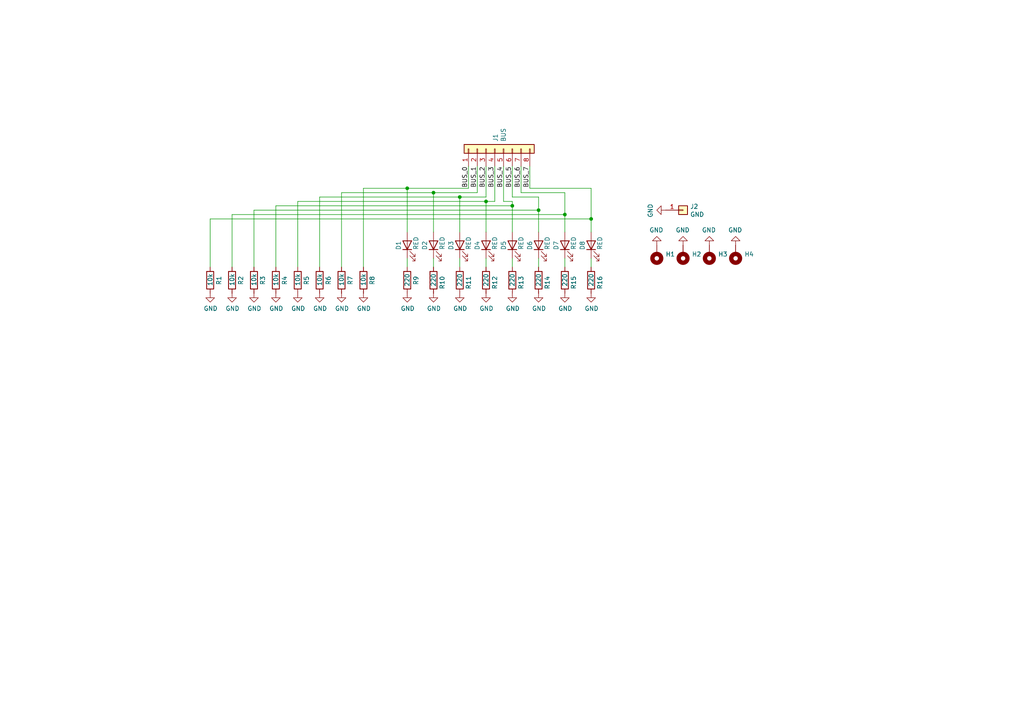
<source format=kicad_sch>
(kicad_sch (version 20211123) (generator eeschema)
  (paper "A4")
  (lib_symbols
    (symbol "Connector_Generic:Conn_01x01" (pin_names (offset 1.016) hide)
      (property "Reference" "J" (at 0 2.54 0))
      (property "Value" "Conn_01x01" (at 0 -2.54 0))
      (symbol "Conn_01x01_1_1"
        (rectangle (start -1.27 0.127) (end 0 -0.127) (stroke (width 0.1524)))
        (rectangle (start -1.27 1.27) (end 1.27 -1.27) (stroke (width 0.254)) (fill (type background)))
        (pin passive line (at -5.08 0 0) (length 3.81) (name "Pin_1") (number "1"))
      )
    )
    (symbol "Connector_Generic:Conn_01x08" (pin_names (offset 1.016) hide)
      (property "Reference" "J" (at 0 10.16 0))
      (property "Value" "Conn_01x08" (at 0 -12.7 0))
      (symbol "Conn_01x08_1_1"
        (rectangle (start -1.27 -10.033) (end 0 -10.287) (stroke (width 0.1524)))
        (rectangle (start -1.27 -7.493) (end 0 -7.747) (stroke (width 0.1524)))
        (rectangle (start -1.27 -4.953) (end 0 -5.207) (stroke (width 0.1524)))
        (rectangle (start -1.27 -2.413) (end 0 -2.667) (stroke (width 0.1524)))
        (rectangle (start -1.27 0.127) (end 0 -0.127) (stroke (width 0.1524)))
        (rectangle (start -1.27 2.667) (end 0 2.413) (stroke (width 0.1524)))
        (rectangle (start -1.27 5.207) (end 0 4.953) (stroke (width 0.1524)))
        (rectangle (start -1.27 7.747) (end 0 7.493) (stroke (width 0.1524)))
        (rectangle (start -1.27 8.89) (end 1.27 -11.43) (stroke (width 0.254)) (fill (type background)))
        (pin passive line (at -5.08 7.62 0) (length 3.81) (name "Pin_1") (number "1"))
        (pin passive line (at -5.08 5.08 0) (length 3.81) (name "Pin_2") (number "2"))
        (pin passive line (at -5.08 2.54 0) (length 3.81) (name "Pin_3") (number "3"))
        (pin passive line (at -5.08 0 0) (length 3.81) (name "Pin_4") (number "4"))
        (pin passive line (at -5.08 -2.54 0) (length 3.81) (name "Pin_5") (number "5"))
        (pin passive line (at -5.08 -5.08 0) (length 3.81) (name "Pin_6") (number "6"))
        (pin passive line (at -5.08 -7.62 0) (length 3.81) (name "Pin_7") (number "7"))
        (pin passive line (at -5.08 -10.16 0) (length 3.81) (name "Pin_8") (number "8"))
      )
    )
    (symbol "Device:LED" (pin_numbers hide) (pin_names (offset 1.016) hide)
      (property "Reference" "D" (at 0 2.54 0))
      (property "Value" "LED" (at 0 -2.54 0))
      (symbol "LED_0_1"
        (polyline (pts (xy -1.27 -1.27) (xy -1.27 1.27)) (stroke (width 0.254)))
        (polyline (pts (xy -1.27 0) (xy 1.27 0)))
        (polyline (pts (xy 1.27 -1.27) (xy 1.27 1.27) (xy -1.27 0) (xy 1.27 -1.27)) (stroke (width 0.254)))
        (polyline (pts (xy -3.048 -0.762) (xy -4.572 -2.286) (xy -3.81 -2.286) (xy -4.572 -2.286) (xy -4.572 -1.524)))
        (polyline (pts (xy -1.778 -0.762) (xy -3.302 -2.286) (xy -2.54 -2.286) (xy -3.302 -2.286) (xy -3.302 -1.524)))
      )
      (symbol "LED_1_1"
        (pin passive line (at -3.81 0 0) (length 2.54) (name "K") (number "1"))
        (pin passive line (at 3.81 0 180) (length 2.54) (name "A") (number "2"))
      )
    )
    (symbol "Device:R" (pin_numbers hide) (pin_names (offset 0))
      (property "Reference" "R" (at 2.032 0 90))
      (property "Value" "R" (at 0 0 90))
      (symbol "R_0_1"
        (rectangle (start -1.016 -2.54) (end 1.016 2.54) (stroke (width 0.254)))
      )
      (symbol "R_1_1"
        (pin passive line (at 0 3.81 270) (length 1.27) (name "~") (number "1"))
        (pin passive line (at 0 -3.81 90) (length 1.27) (name "~") (number "2"))
      )
    )
    (symbol "Mechanical:MountingHole_Pad" (pin_numbers hide) (pin_names (offset 1.016) hide)
      (property "Reference" "H" (at 0 6.35 0))
      (property "Value" "MountingHole_Pad" (at 0 4.445 0))
      (symbol "MountingHole_Pad_0_1"
        (circle (center 0 1.27) (radius 1.27) (stroke (width 1.27)))
      )
      (symbol "MountingHole_Pad_1_1"
        (pin input line (at 0 -2.54 90) (length 2.54) (name "1") (number "1"))
      )
    )
    (symbol "power:GND" (power) (pin_names (offset 0))
      (property "Value" "GND" (at 0 -3.81 0))
      (symbol "GND_0_1"
        (polyline (pts (xy 0 0) (xy 0 -1.27) (xy 1.27 -1.27) (xy 0 -2.54) (xy -1.27 -1.27) (xy 0 -1.27)))
      )
      (symbol "GND_1_1"
        (pin power_in line (at 0 0 270) (length 0) hide (name "GND") (number "1"))
      )
    )
  )
  (junction (at 125.73 55.88))
  (junction (at 171.45 63.5))
  (junction (at 156.21 60.96))
  (junction (at 148.59 59.69))
  (junction (at 163.83 62.23))
  (junction (at 118.11 54.61))
  (junction (at 140.97 58.42))
  (junction (at 133.35 57.15))
  (wire (pts (xy 86.36 58.42) (xy 86.36 77.47)))
  (wire (pts (xy 67.31 62.23) (xy 67.31 77.47)))
  (wire (pts (xy 118.11 74.93) (xy 118.11 77.47)))
  (wire (pts (xy 156.21 74.93) (xy 156.21 77.47)))
  (wire (pts (xy 140.97 48.26) (xy 140.97 57.15)))
  (wire (pts (xy 148.59 58.42) (xy 148.59 59.69)))
  (wire (pts (xy 171.45 63.5) (xy 60.96 63.5)))
  (wire (pts (xy 140.97 58.42) (xy 86.36 58.42)))
  (wire (pts (xy 140.97 74.93) (xy 140.97 77.47)))
  (wire (pts (xy 163.83 55.88) (xy 151.13 55.88)))
  (wire (pts (xy 148.59 57.15) (xy 156.21 57.15)))
  (wire (pts (xy 60.96 63.5) (xy 60.96 77.47)))
  (wire (pts (xy 171.45 63.5) (xy 171.45 67.31)))
  (wire (pts (xy 125.73 74.93) (xy 125.73 77.47)))
  (wire (pts (xy 143.51 48.26) (xy 143.51 58.42)))
  (wire (pts (xy 151.13 48.26) (xy 151.13 55.88)))
  (wire (pts (xy 92.71 77.47) (xy 92.71 57.15)))
  (wire (pts (xy 171.45 54.61) (xy 171.45 63.5)))
  (wire (pts (xy 135.89 54.61) (xy 135.89 48.26)))
  (wire (pts (xy 148.59 74.93) (xy 148.59 77.47)))
  (wire (pts (xy 143.51 58.42) (xy 140.97 58.42)))
  (wire (pts (xy 146.05 48.26) (xy 146.05 58.42)))
  (wire (pts (xy 125.73 55.88) (xy 99.06 55.88)))
  (wire (pts (xy 118.11 54.61) (xy 118.11 67.31)))
  (wire (pts (xy 73.66 60.96) (xy 156.21 60.96)))
  (wire (pts (xy 148.59 59.69) (xy 148.59 67.31)))
  (wire (pts (xy 105.41 54.61) (xy 105.41 77.47)))
  (wire (pts (xy 118.11 54.61) (xy 105.41 54.61)))
  (wire (pts (xy 163.83 62.23) (xy 163.83 55.88)))
  (wire (pts (xy 140.97 58.42) (xy 140.97 67.31)))
  (wire (pts (xy 146.05 58.42) (xy 148.59 58.42)))
  (wire (pts (xy 133.35 57.15) (xy 133.35 67.31)))
  (wire (pts (xy 99.06 55.88) (xy 99.06 77.47)))
  (wire (pts (xy 156.21 60.96) (xy 156.21 67.31)))
  (wire (pts (xy 133.35 57.15) (xy 140.97 57.15)))
  (wire (pts (xy 133.35 74.93) (xy 133.35 77.47)))
  (wire (pts (xy 148.59 59.69) (xy 80.01 59.69)))
  (wire (pts (xy 125.73 55.88) (xy 138.43 55.88)))
  (wire (pts (xy 163.83 74.93) (xy 163.83 77.47)))
  (wire (pts (xy 148.59 48.26) (xy 148.59 57.15)))
  (wire (pts (xy 73.66 60.96) (xy 73.66 77.47)))
  (wire (pts (xy 163.83 62.23) (xy 67.31 62.23)))
  (wire (pts (xy 80.01 59.69) (xy 80.01 77.47)))
  (wire (pts (xy 163.83 67.31) (xy 163.83 62.23)))
  (wire (pts (xy 92.71 57.15) (xy 133.35 57.15)))
  (wire (pts (xy 153.67 54.61) (xy 153.67 48.26)))
  (wire (pts (xy 171.45 74.93) (xy 171.45 77.47)))
  (wire (pts (xy 125.73 55.88) (xy 125.73 67.31)))
  (wire (pts (xy 153.67 54.61) (xy 171.45 54.61)))
  (wire (pts (xy 138.43 48.26) (xy 138.43 55.88)))
  (wire (pts (xy 156.21 57.15) (xy 156.21 60.96)))
  (wire (pts (xy 135.89 54.61) (xy 118.11 54.61)))
  (label "BUS_6" (at 151.13 48.26 270))
  (label "BUS_2" (at 140.97 48.26 270))
  (label "BUS_7" (at 153.67 48.26 270))
  (label "BUS_3" (at 143.51 48.26 270))
  (label "BUS_1" (at 138.43 48.26 270))
  (label "BUS_0" (at 135.89 48.26 270))
  (label "BUS_4" (at 146.05 48.26 270))
  (label "BUS_5" (at 148.59 48.26 270))
  (symbol (lib_id "Device:LED") (at 133.35 71.12 90) (unit 1)
    (property "Reference" "D3" (at 130.81 69.85 0) (effects (justify right)))
    (property "Value" "RED" (at 135.89 68.58 0) (effects (justify right)))
    (property "Footprint" "LED_THT:LED_D5.0mm" (effects hide))
  )
  (symbol (lib_id "Device:LED") (at 140.97 71.12 90) (unit 1)
    (property "Reference" "D4" (at 138.43 69.85 0) (effects (justify right)))
    (property "Value" "RED" (at 143.51 68.58 0) (effects (justify right)))
    (property "Footprint" "LED_THT:LED_D5.0mm" (effects hide))
  )
  (symbol (lib_id "Device:LED") (at 118.11 71.12 90) (unit 1)
    (property "Reference" "D1" (at 115.57 69.85 0) (effects (justify right)))
    (property "Value" "RED" (at 120.65 68.58 0) (effects (justify right)))
    (property "Footprint" "LED_THT:LED_D5.0mm" (effects hide))
  )
  (symbol (lib_id "Device:LED") (at 125.73 71.12 90) (unit 1)
    (property "Reference" "D2" (at 123.19 69.85 0) (effects (justify right)))
    (property "Value" "RED" (at 128.27 68.58 0) (effects (justify right)))
    (property "Footprint" "LED_THT:LED_D5.0mm" (effects hide))
  )
  (symbol (lib_id "Device:LED") (at 163.83 71.12 90) (unit 1)
    (property "Reference" "D7" (at 161.29 69.85 0) (effects (justify right)))
    (property "Value" "RED" (at 166.37 68.58 0) (effects (justify right)))
    (property "Footprint" "LED_THT:LED_D5.0mm" (effects hide))
  )
  (symbol (lib_id "Device:LED") (at 171.45 71.12 90) (unit 1)
    (property "Reference" "D8" (at 168.91 69.85 0) (effects (justify right)))
    (property "Value" "RED" (at 173.99 68.58 0) (effects (justify right)))
    (property "Footprint" "LED_THT:LED_D5.0mm" (effects hide))
  )
  (symbol (lib_id "Device:LED") (at 148.59 71.12 90) (unit 1)
    (property "Reference" "D5" (at 146.05 69.85 0) (effects (justify right)))
    (property "Value" "RED" (at 151.13 68.58 0) (effects (justify right)))
    (property "Footprint" "LED_THT:LED_D5.0mm" (effects hide))
  )
  (symbol (lib_id "Device:LED") (at 156.21 71.12 90) (unit 1)
    (property "Reference" "D6" (at 153.67 69.85 0) (effects (justify right)))
    (property "Value" "RED" (at 158.75 68.58 0) (effects (justify right)))
    (property "Footprint" "LED_THT:LED_D5.0mm" (effects hide))
  )
  (symbol (lib_id "Device:R") (at 118.11 81.28 0) (unit 1)
    (property "Reference" "R9" (at 120.65 80.01 90) (effects (justify right)))
    (property "Value" "220" (at 118.11 79.2988 90) (effects (justify right)))
    (property "Footprint" "Resistor_SMD:R_0805_2012Metric" (effects hide))
  )
  (symbol (lib_id "Connector_Generic:Conn_01x08") (at 143.51 43.18 90) (unit 1)
    (property "Reference" "J1" (at 143.7132 41.148 0) (effects (justify left)))
    (property "Value" "BUS" (at 146.0246 41.148 0) (effects (justify left)))
    (property "Footprint" "Connector_PinHeader_2.54mm:PinHeader_1x08_P2.54mm_Vertical" (effects hide))
  )
  (symbol (lib_id "power:GND") (at 118.11 85.09 0) (unit 1)
    (property "Reference" "#PWR09" (effects hide))
    (property "Value" "GND" (at 118.237 89.4842 0))
  )
  (symbol (lib_id "Device:R") (at 125.73 81.28 0) (unit 1)
    (property "Reference" "R10" (at 128.27 80.01 90) (effects (justify right)))
    (property "Value" "220" (at 125.73 79.2988 90) (effects (justify right)))
    (property "Footprint" "Resistor_SMD:R_0805_2012Metric" (effects hide))
  )
  (symbol (lib_id "power:GND") (at 125.73 85.09 0) (unit 1)
    (property "Reference" "#PWR010" (effects hide))
    (property "Value" "GND" (at 125.857 89.4842 0))
  )
  (symbol (lib_id "Device:R") (at 133.35 81.28 0) (unit 1)
    (property "Reference" "R11" (at 135.89 80.01 90) (effects (justify right)))
    (property "Value" "220" (at 133.35 79.2988 90) (effects (justify right)))
    (property "Footprint" "Resistor_SMD:R_0805_2012Metric" (effects hide))
  )
  (symbol (lib_id "power:GND") (at 133.35 85.09 0) (unit 1)
    (property "Reference" "#PWR011" (effects hide))
    (property "Value" "GND" (at 133.477 89.4842 0))
  )
  (symbol (lib_id "Device:R") (at 140.97 81.28 0) (unit 1)
    (property "Reference" "R12" (at 143.51 80.01 90) (effects (justify right)))
    (property "Value" "220" (at 140.97 79.2988 90) (effects (justify right)))
    (property "Footprint" "Resistor_SMD:R_0805_2012Metric" (effects hide))
  )
  (symbol (lib_id "power:GND") (at 140.97 85.09 0) (unit 1)
    (property "Reference" "#PWR012" (effects hide))
    (property "Value" "GND" (at 141.097 89.4842 0))
  )
  (symbol (lib_id "Device:R") (at 148.59 81.28 0) (unit 1)
    (property "Reference" "R13" (at 151.13 80.01 90) (effects (justify right)))
    (property "Value" "220" (at 148.59 79.2988 90) (effects (justify right)))
    (property "Footprint" "Resistor_SMD:R_0805_2012Metric" (effects hide))
  )
  (symbol (lib_id "power:GND") (at 148.59 85.09 0) (unit 1)
    (property "Reference" "#PWR013" (effects hide))
    (property "Value" "GND" (at 148.717 89.4842 0))
  )
  (symbol (lib_id "Device:R") (at 156.21 81.28 0) (unit 1)
    (property "Reference" "R14" (at 158.75 80.01 90) (effects (justify right)))
    (property "Value" "220" (at 156.21 79.2988 90) (effects (justify right)))
    (property "Footprint" "Resistor_SMD:R_0805_2012Metric" (effects hide))
  )
  (symbol (lib_id "power:GND") (at 156.21 85.09 0) (unit 1)
    (property "Reference" "#PWR014" (effects hide))
    (property "Value" "GND" (at 156.337 89.4842 0))
  )
  (symbol (lib_id "Device:R") (at 163.83 81.28 0) (unit 1)
    (property "Reference" "R15" (at 166.37 80.01 90) (effects (justify right)))
    (property "Value" "220" (at 163.83 79.2988 90) (effects (justify right)))
    (property "Footprint" "Resistor_SMD:R_0805_2012Metric" (effects hide))
  )
  (symbol (lib_id "power:GND") (at 163.83 85.09 0) (unit 1)
    (property "Reference" "#PWR015" (effects hide))
    (property "Value" "GND" (at 163.957 89.4842 0))
  )
  (symbol (lib_id "Device:R") (at 171.45 81.28 0) (unit 1)
    (property "Reference" "R16" (at 173.99 80.01 90) (effects (justify right)))
    (property "Value" "220" (at 171.45 79.2988 90) (effects (justify right)))
    (property "Footprint" "Resistor_SMD:R_0805_2012Metric" (effects hide))
  )
  (symbol (lib_id "power:GND") (at 171.45 85.09 0) (unit 1)
    (property "Reference" "#PWR016" (effects hide))
    (property "Value" "GND" (at 171.577 89.4842 0))
  )
  (symbol (lib_id "Device:R") (at 105.41 81.28 0) (unit 1)
    (property "Reference" "R8" (at 107.95 80.01 90) (effects (justify right)))
    (property "Value" "10k" (at 105.41 79.2988 90) (effects (justify right)))
    (property "Footprint" "Resistor_SMD:R_0805_2012Metric" (effects hide))
  )
  (symbol (lib_id "power:GND") (at 105.41 85.09 0) (unit 1)
    (property "Reference" "#PWR08" (effects hide))
    (property "Value" "GND" (at 105.537 89.4842 0))
  )
  (symbol (lib_id "Device:R") (at 99.06 81.28 0) (unit 1)
    (property "Reference" "R7" (at 101.6 80.01 90) (effects (justify right)))
    (property "Value" "10k" (at 99.06 79.2988 90) (effects (justify right)))
    (property "Footprint" "Resistor_SMD:R_0805_2012Metric" (effects hide))
  )
  (symbol (lib_id "power:GND") (at 99.06 85.09 0) (unit 1)
    (property "Reference" "#PWR07" (effects hide))
    (property "Value" "GND" (at 99.187 89.4842 0))
  )
  (symbol (lib_id "Device:R") (at 92.71 81.28 0) (unit 1)
    (property "Reference" "R6" (at 95.25 80.01 90) (effects (justify right)))
    (property "Value" "10k" (at 92.71 79.2988 90) (effects (justify right)))
    (property "Footprint" "Resistor_SMD:R_0805_2012Metric" (effects hide))
  )
  (symbol (lib_id "power:GND") (at 92.71 85.09 0) (unit 1)
    (property "Reference" "#PWR06" (effects hide))
    (property "Value" "GND" (at 92.837 89.4842 0))
  )
  (symbol (lib_id "Device:R") (at 86.36 81.28 0) (unit 1)
    (property "Reference" "R5" (at 88.9 80.01 90) (effects (justify right)))
    (property "Value" "10k" (at 86.36 79.2988 90) (effects (justify right)))
    (property "Footprint" "Resistor_SMD:R_0805_2012Metric" (effects hide))
  )
  (symbol (lib_id "power:GND") (at 86.36 85.09 0) (unit 1)
    (property "Reference" "#PWR05" (effects hide))
    (property "Value" "GND" (at 86.487 89.4842 0))
  )
  (symbol (lib_id "Device:R") (at 80.01 81.28 0) (unit 1)
    (property "Reference" "R4" (at 82.55 80.01 90) (effects (justify right)))
    (property "Value" "10k" (at 80.01 79.2988 90) (effects (justify right)))
    (property "Footprint" "Resistor_SMD:R_0805_2012Metric" (effects hide))
  )
  (symbol (lib_id "power:GND") (at 80.01 85.09 0) (unit 1)
    (property "Reference" "#PWR04" (effects hide))
    (property "Value" "GND" (at 80.137 89.4842 0))
  )
  (symbol (lib_id "Device:R") (at 73.66 81.28 0) (unit 1)
    (property "Reference" "R3" (at 76.2 80.01 90) (effects (justify right)))
    (property "Value" "10k" (at 73.66 79.2988 90) (effects (justify right)))
    (property "Footprint" "Resistor_SMD:R_0805_2012Metric" (effects hide))
  )
  (symbol (lib_id "power:GND") (at 73.66 85.09 0) (unit 1)
    (property "Reference" "#PWR03" (effects hide))
    (property "Value" "GND" (at 73.787 89.4842 0))
  )
  (symbol (lib_id "Device:R") (at 67.31 81.28 0) (unit 1)
    (property "Reference" "R2" (at 69.85 80.01 90) (effects (justify right)))
    (property "Value" "10k" (at 67.31 79.2988 90) (effects (justify right)))
    (property "Footprint" "Resistor_SMD:R_0805_2012Metric" (effects hide))
  )
  (symbol (lib_id "power:GND") (at 67.31 85.09 0) (unit 1)
    (property "Reference" "#PWR02" (effects hide))
    (property "Value" "GND" (at 67.437 89.4842 0))
  )
  (symbol (lib_id "Device:R") (at 60.96 81.28 0) (unit 1)
    (property "Reference" "R1" (at 63.5 80.01 90) (effects (justify right)))
    (property "Value" "10k" (at 60.96 79.2988 90) (effects (justify right)))
    (property "Footprint" "Resistor_SMD:R_0805_2012Metric" (effects hide))
  )
  (symbol (lib_id "power:GND") (at 60.96 85.09 0) (unit 1)
    (property "Reference" "#PWR01" (effects hide))
    (property "Value" "GND" (at 61.087 89.4842 0))
  )
  (symbol (lib_id "Connector_Generic:Conn_01x01") (at 198.12 60.96 0) (unit 1)
    (property "Reference" "J2" (at 200.152 59.8932 0) (effects (justify left)))
    (property "Value" "GND" (at 200.152 62.2046 0) (effects (justify left)))
    (property "Footprint" "Connector_PinHeader_2.54mm:PinHeader_1x01_P2.54mm_Vertical" (effects hide))
  )
  (symbol (lib_id "power:GND") (at 193.04 60.96 270) (unit 1)
    (property "Reference" "#PWR017" (effects hide))
    (property "Value" "GND" (at 188.6458 61.087 0))
  )
  (symbol (lib_id "Mechanical:MountingHole_Pad") (at 190.5 73.66 180) (unit 1)
    (property "Reference" "H1" (at 193.04 73.7362 0) (effects (justify right)))
    (property "Value" "MountingHole_Pad" (effects hide))
    (property "Footprint" "MountingHole:MountingHole_2.2mm_M2_DIN965_Pad" (effects hide))
  )
  (symbol (lib_id "power:GND") (at 190.5 71.12 180) (unit 1)
    (property "Reference" "#PWR0101" (effects hide))
    (property "Value" "GND" (at 190.373 66.7258 0))
  )
  (symbol (lib_id "Mechanical:MountingHole_Pad") (at 198.12 73.66 180) (unit 1)
    (property "Reference" "H2" (at 200.66 73.7362 0) (effects (justify right)))
    (property "Value" "MountingHole_Pad" (effects hide))
    (property "Footprint" "MountingHole:MountingHole_2.2mm_M2_DIN965_Pad" (effects hide))
  )
  (symbol (lib_id "power:GND") (at 198.12 71.12 180) (unit 1)
    (property "Reference" "#PWR0102" (effects hide))
    (property "Value" "GND" (at 197.993 66.7258 0))
  )
  (symbol (lib_id "Mechanical:MountingHole_Pad") (at 205.74 73.66 180) (unit 1)
    (property "Reference" "H3" (at 208.28 73.7362 0) (effects (justify right)))
    (property "Value" "MountingHole_Pad" (effects hide))
    (property "Footprint" "MountingHole:MountingHole_2.2mm_M2_DIN965_Pad" (effects hide))
  )
  (symbol (lib_id "power:GND") (at 205.74 71.12 180) (unit 1)
    (property "Reference" "#PWR0103" (effects hide))
    (property "Value" "GND" (at 205.613 66.7258 0))
  )
  (symbol (lib_id "Mechanical:MountingHole_Pad") (at 213.36 73.66 180) (unit 1)
    (property "Reference" "H4" (at 215.9 73.7362 0) (effects (justify right)))
    (property "Value" "MountingHole_Pad" (effects hide))
    (property "Footprint" "MountingHole:MountingHole_2.2mm_M2_DIN965_Pad" (effects hide))
  )
  (symbol (lib_id "power:GND") (at 213.36 71.12 180) (unit 1)
    (property "Reference" "#PWR0104" (effects hide))
    (property "Value" "GND" (at 213.233 66.7258 0))
  )
)
</source>
